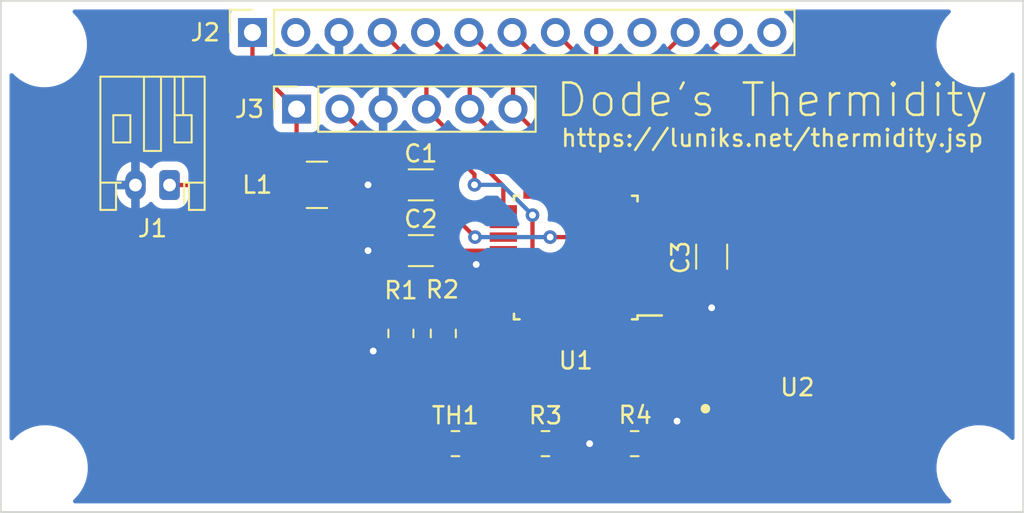
<source format=kicad_pcb>
(kicad_pcb (version 20211014) (generator pcbnew)
  (layers (0 "F.Cu" signal) (31 "B.Cu" signal) (34 "B.Paste" user) (35 "F.Paste" user) (36 "B.SilkS" user "B.Silkscreen") (37 "F.SilkS" user "F.Silkscreen") (38 "B.Mask" user) (39 "F.Mask" user) (44 "Edge.Cuts" user))
  (net 0 "")
  (net 1 "GND")
  (net 2 "+BATT")
  (net 4 "Net-(J2-Pad4)")
  (net 5 "Net-(J2-Pad5)")
  (net 6 "Net-(J2-Pad6)")
  (net 7 "Net-(J2-Pad7)")
  (net 8 "Net-(J2-Pad8)")
  (net 9 "Net-(J2-Pad9)")
  (net 11 "Net-(J2-Pad11)")
  (net 12 "Net-(J2-Pad12)")
  (net 14 "Net-(J3-Pad2)")
  (net 15 "Net-(R2-Pad1)")
  (net 16 "Net-(C2-Pad2)")
  (net 24 "Net-(R3-Pad1)")
  (net 31 "Net-(C1-Pad2)")
  (net 32 "Net-(R4-Pad1)")
  (net 33 "Net-(R1-Pad1)")
  (footprint "Inductor_SMD:L_1210_3225Metric_Pad1.42x2.65mm_HandSolder" (layer "F.Cu") (at 130.2512 69.6976)
    (fp_text reference "L1" (at -3.5052 0) (layer "F.SilkS"))
    (fp_text value "10uH")
    (fp_line (start -0.602064 1.36) (end 0.602064 1.36) (layer "F.SilkS") (width 0.12))
    (fp_line (start -0.602064 -1.36) (end 0.602064 -1.36) (layer "F.SilkS") (width 0.12))
    (pad "1" smd roundrect (at -1.4875 0) (size 1.425 2.65) (layers "F.Cu" "F.Paste" "F.Mask") (roundrect_rratio 0.175439) (net 2 "+BATT"))
    (pad "2" smd roundrect (at 1.4875 0) (size 1.425 2.65) (layers "F.Cu" "F.Paste" "F.Mask") (roundrect_rratio 0.175439) (net 31 "Net-(C1-Pad2)"))
  )
  (footprint "Connector_PinSocket_2.54mm:PinSocket_1x06_P2.54mm_Vertical" (layer "F.Cu") (at 129.057 65.253 90)
    (fp_text reference "J3" (at 0 -2.77) (layer "F.SilkS"))
    (fp_text value "ISP")
    (fp_line (start -1.33 1.27) (end -1.33 14.03) (layer "F.SilkS") (width 0.12))
    (fp_line (start -1.33 14.03) (end 1.33 14.03) (layer "F.SilkS") (width 0.12))
    (fp_line (start 0 -1.33) (end 1.33 -1.33) (layer "F.SilkS") (width 0.12))
    (fp_line (start 1.33 -1.33) (end 1.33 0) (layer "F.SilkS") (width 0.12))
    (fp_line (start -1.33 1.27) (end 1.33 1.27) (layer "F.SilkS") (width 0.12))
    (fp_line (start 1.33 1.27) (end 1.33 14.03) (layer "F.SilkS") (width 0.12))
    (pad "1" thru_hole rect (at 0 0 90) (size 1.7 1.7) (drill 1) (layers *.Cu *.Mask) (net 2 "+BATT"))
    (pad "2" thru_hole oval (at 0 2.54 90) (size 1.7 1.7) (drill 1) (layers *.Cu *.Mask) (net 14 "Net-(J3-Pad2)"))
    (pad "3" thru_hole oval (at 0 5.08 90) (size 1.7 1.7) (drill 1) (layers *.Cu *.Mask) (net 1 "GND"))
    (pad "4" thru_hole oval (at 0 7.62 90) (size 1.7 1.7) (drill 1) (layers *.Cu *.Mask) (net 4 "Net-(J2-Pad4)"))
    (pad "5" thru_hole oval (at 0 10.16 90) (size 1.7 1.7) (drill 1) (layers *.Cu *.Mask) (net 5 "Net-(J2-Pad5)"))
    (pad "6" thru_hole oval (at 0 12.7 90) (size 1.7 1.7) (drill 1) (layers *.Cu *.Mask) (net 6 "Net-(J2-Pad6)"))
  )
  (footprint "Connector_JST:JST_PH_S2B-PH-K_1x02_P2.00mm_Horizontal" (layer "F.Cu") (at 121.5992 69.7092 180)
    (fp_text reference "J1" (at 1 -2.55 180) (layer "F.SilkS"))
    (fp_text value "Battery")
    (fp_line (start -0.3 4.1) (end -0.3 2.5) (layer "F.SilkS") (width 0.12))
    (fp_line (start -1.3 2.5) (end -1.3 4.1) (layer "F.SilkS") (width 0.12))
    (fp_line (start -1.14 0.14) (end -1.14 -1.46) (layer "F.SilkS") (width 0.12))
    (fp_line (start 3.14 0.14) (end 2.86 0.14) (layer "F.SilkS") (width 0.12))
    (fp_line (start 3.14 -1.46) (end 3.14 0.14) (layer "F.SilkS") (width 0.12))
    (fp_line (start 4.06 -1.46) (end 3.14 -1.46) (layer "F.SilkS") (width 0.12))
    (fp_line (start -2.06 0.14) (end -1.14 0.14) (layer "F.SilkS") (width 0.12))
    (fp_line (start 1.5 2) (end 1.5 6.36) (layer "F.SilkS") (width 0.12))
    (fp_line (start -2.06 6.36) (end 4.06 6.36) (layer "F.SilkS") (width 0.12))
    (fp_line (start -0.3 4.1) (end -0.3 6.36) (layer "F.SilkS") (width 0.12))
    (fp_line (start -1.14 -1.46) (end -2.06 -1.46) (layer "F.SilkS") (width 0.12))
    (fp_line (start 2.3 2.5) (end 3.3 2.5) (layer "F.SilkS") (width 0.12))
    (fp_line (start -2.06 -1.46) (end -2.06 6.36) (layer "F.SilkS") (width 0.12))
    (fp_line (start 0.5 6.36) (end 0.5 2) (layer "F.SilkS") (width 0.12))
    (fp_line (start 0.5 2) (end 1.5 2) (layer "F.SilkS") (width 0.12))
    (fp_line (start -0.8 4.1) (end -0.8 6.36) (layer "F.SilkS") (width 0.12))
    (fp_line (start -0.3 2.5) (end -1.3 2.5) (layer "F.SilkS") (width 0.12))
    (fp_line (start -0.86 0.14) (end -0.86 -1.075) (layer "F.SilkS") (width 0.12))
    (fp_line (start 3.3 2.5) (end 3.3 4.1) (layer "F.SilkS") (width 0.12))
    (fp_line (start 3.3 4.1) (end 2.3 4.1) (layer "F.SilkS") (width 0.12))
    (fp_line (start 2.3 4.1) (end 2.3 2.5) (layer "F.SilkS") (width 0.12))
    (fp_line (start -1.3 4.1) (end -0.3 4.1) (layer "F.SilkS") (width 0.12))
    (fp_line (start 4.06 0.14) (end 3.14 0.14) (layer "F.SilkS") (width 0.12))
    (fp_line (start -0.86 0.14) (end -1.14 0.14) (layer "F.SilkS") (width 0.12))
    (fp_line (start 4.06 6.36) (end 4.06 -1.46) (layer "F.SilkS") (width 0.12))
    (pad "1" thru_hole roundrect (at 0 0 180) (size 1.2 1.75) (drill 0.75) (layers *.Cu *.Mask) (roundrect_rratio 0.208333) (net 2 "+BATT"))
    (pad "2" thru_hole oval (at 2 0 180) (size 1.2 1.75) (drill 0.75) (layers *.Cu *.Mask) (net 1 "GND"))
  )
  (footprint "Resistor_SMD:R_0805_2012Metric_Pad1.20x1.40mm_HandSolder" (layer "F.Cu") (at 138.3792 84.8868)
    (fp_text reference "TH1" (at 0 -1.65) (layer "F.SilkS"))
    (fp_text value "NTC 100k 0.1°C")
    (fp_line (start -0.227064 -0.735) (end 0.227064 -0.735) (layer "F.SilkS") (width 0.12))
    (fp_line (start -0.227064 0.735) (end 0.227064 0.735) (layer "F.SilkS") (width 0.12))
    (pad "1" smd roundrect (at -1 0) (size 1.2 1.4) (layers "F.Cu" "F.Paste" "F.Mask") (roundrect_rratio 0.208333) (net 15 "Net-(R2-Pad1)"))
    (pad "2" smd roundrect (at 1 0) (size 1.2 1.4) (layers "F.Cu" "F.Paste" "F.Mask") (roundrect_rratio 0.208333) (net 24 "Net-(R3-Pad1)"))
  )
  (footprint "Connector_PinSocket_2.54mm:PinSocket_1x13_P2.54mm_Vertical" (layer "F.Cu") (at 126.4666 60.7568 90)
    (fp_text reference "J2" (at 0 -2.77) (layer "F.SilkS"))
    (fp_text value "Display")
    (fp_line (start 0 -1.33) (end 1.33 -1.33) (layer "F.SilkS") (width 0.12))
    (fp_line (start -1.33 1.27) (end -1.33 31.81) (layer "F.SilkS") (width 0.12))
    (fp_line (start 1.33 1.27) (end 1.33 31.81) (layer "F.SilkS") (width 0.12))
    (fp_line (start -1.33 31.81) (end 1.33 31.81) (layer "F.SilkS") (width 0.12))
    (fp_line (start 1.33 -1.33) (end 1.33 0) (layer "F.SilkS") (width 0.12))
    (fp_line (start -1.33 1.27) (end 1.33 1.27) (layer "F.SilkS") (width 0.12))
    (pad "1" thru_hole rect (at 0 0 90) (size 1.7 1.7) (drill 1) (layers *.Cu *.Mask) (net 2 "+BATT"))
    (pad "2" thru_hole oval (at 0 2.54 90) (size 1.7 1.7) (drill 1) (layers *.Cu *.Mask))
    (pad "3" thru_hole oval (at 0 5.08 90) (size 1.7 1.7) (drill 1) (layers *.Cu *.Mask) (net 1 "GND"))
    (pad "4" thru_hole oval (at 0 7.62 90) (size 1.7 1.7) (drill 1) (layers *.Cu *.Mask) (net 4 "Net-(J2-Pad4)"))
    (pad "5" thru_hole oval (at 0 10.16 90) (size 1.7 1.7) (drill 1) (layers *.Cu *.Mask) (net 5 "Net-(J2-Pad5)"))
    (pad "6" thru_hole oval (at 0 12.7 90) (size 1.7 1.7) (drill 1) (layers *.Cu *.Mask) (net 6 "Net-(J2-Pad6)"))
    (pad "7" thru_hole oval (at 0 15.24 90) (size 1.7 1.7) (drill 1) (layers *.Cu *.Mask) (net 7 "Net-(J2-Pad7)"))
    (pad "8" thru_hole oval (at 0 17.78 90) (size 1.7 1.7) (drill 1) (layers *.Cu *.Mask) (net 8 "Net-(J2-Pad8)"))
    (pad "9" thru_hole oval (at 0 20.32 90) (size 1.7 1.7) (drill 1) (layers *.Cu *.Mask) (net 9 "Net-(J2-Pad9)"))
    (pad "10" thru_hole oval (at 0 22.86 90) (size 1.7 1.7) (drill 1) (layers *.Cu *.Mask))
    (pad "11" thru_hole oval (at 0 25.4 90) (size 1.7 1.7) (drill 1) (layers *.Cu *.Mask) (net 11 "Net-(J2-Pad11)"))
    (pad "12" thru_hole oval (at 0 27.94 90) (size 1.7 1.7) (drill 1) (layers *.Cu *.Mask) (net 12 "Net-(J2-Pad12)"))
    (pad "13" thru_hole oval (at 0 30.48 90) (size 1.7 1.7) (drill 1) (layers *.Cu *.Mask))
  )
  (footprint "Capacitor_SMD:C_1206_3216Metric_Pad1.33x1.80mm_HandSolder" (layer "F.Cu") (at 153.416 73.914 90)
    (fp_text reference "C3" (at -0.0508 -1.8288 90) (layer "F.SilkS"))
    (fp_text value "100nF")
    (fp_line (start -0.711252 -0.91) (end 0.711252 -0.91) (layer "F.SilkS") (width 0.12))
    (fp_line (start -0.711252 0.91) (end 0.711252 0.91) (layer "F.SilkS") (width 0.12))
    (pad "1" smd roundrect (at -1.5625 0 90) (size 1.325 1.8) (layers "F.Cu" "F.Paste" "F.Mask") (roundrect_rratio 0.188679) (net 1 "GND"))
    (pad "2" smd roundrect (at 1.5625 0 90) (size 1.325 1.8) (layers "F.Cu" "F.Paste" "F.Mask") (roundrect_rratio 0.188679) (net 2 "+BATT"))
  )
  (footprint "HIH-5030-001:HONEYWELL_HIH-5030-001" (layer "F.Cu") (at 158.4492 84.836 -90)
    (fp_text reference "U2" (at -3.2512 0.004) (layer "F.SilkS") (effects (font (size 1.00285 1.00285))))
    (fp_text value "HIH-5030")
    (fp_circle (center -2 5.4) (end -1.86 5.4) (layer "F.SilkS") (width 0.28) (fill none))
    (pad "1" smd rect locked (at -1.27 5.335) (size 1.78 0.51) (layers "F.Cu" "F.Paste" "F.Mask") (net 1 "GND"))
    (pad "2" smd rect locked (at 0 5.335) (size 1.78 0.51) (layers "F.Cu" "F.Paste" "F.Mask") (net 32 "Net-(R4-Pad1)"))
    (pad "3" smd rect locked (at 1.27 5.335) (size 1.78 0.51) (layers "F.Cu" "F.Paste" "F.Mask") (net 15 "Net-(R2-Pad1)"))
    (pad "4" smd rect locked (at 0 -5.59 270) (size 2.54 2.29) (layers "F.Cu" "F.Paste" "F.Mask"))
  )
  (footprint "MountingHole:MountingHole_2.2mm_M2" (layer "F.Cu") (at 169.1132 86.3092)
    (fp_text reference "H4" hide)
    (fp_text value "M2")
    (pad "" np_thru_hole circle (at 0 0) (size 2.2 2.2) (drill 2.2) (layers F&B.Cu *.Mask))
  )
  (footprint "Resistor_SMD:R_0805_2012Metric_Pad1.20x1.40mm_HandSolder" (layer "F.Cu") (at 137.668 78.4192 90)
    (fp_text reference "R2" (at 2.5748 -0.0508) (layer "F.SilkS"))
    (fp_text value "1.2M")
    (fp_line (start -0.227064 0.735) (end 0.227064 0.735) (layer "F.SilkS") (width 0.12))
    (fp_line (start -0.227064 -0.735) (end 0.227064 -0.735) (layer "F.SilkS") (width 0.12))
    (pad "1" smd roundrect (at -1 0 90) (size 1.2 1.4) (layers "F.Cu" "F.Paste" "F.Mask") (roundrect_rratio 0.208333) (net 15 "Net-(R2-Pad1)"))
    (pad "2" smd roundrect (at 1 0 90) (size 1.2 1.4) (layers "F.Cu" "F.Paste" "F.Mask") (roundrect_rratio 0.208333) (net 33 "Net-(R1-Pad1)"))
  )
  (footprint "Capacitor_SMD:C_1206_3216Metric_Pad1.33x1.80mm_HandSolder" (layer "F.Cu") (at 136.3472 69.6976)
    (fp_text reference "C1" (at 0 -1.8288) (layer "F.SilkS"))
    (fp_text value "100nF")
    (fp_line (start -0.711252 -0.91) (end 0.711252 -0.91) (layer "F.SilkS") (width 0.12))
    (fp_line (start -0.711252 0.91) (end 0.711252 0.91) (layer "F.SilkS") (width 0.12))
    (pad "1" smd roundrect (at -1.5625 0) (size 1.325 1.8) (layers "F.Cu" "F.Paste" "F.Mask") (roundrect_rratio 0.188679) (net 1 "GND"))
    (pad "2" smd roundrect (at 1.5625 0) (size 1.325 1.8) (layers "F.Cu" "F.Paste" "F.Mask") (roundrect_rratio 0.188679) (net 31 "Net-(C1-Pad2)"))
  )
  (footprint "MountingHole:MountingHole_2.2mm_M2" (layer "F.Cu") (at 169.1132 61.468)
    (fp_text reference "H2" hide)
    (fp_text value "M2")
    (pad "" np_thru_hole circle (at 0 0) (size 2.2 2.2) (drill 2.2) (layers *.Cu *.Mask))
  )
  (footprint "Package_QFP:TQFP-32_7x7mm_P0.8mm" (layer "F.Cu") (at 145.4404 73.9648 180)
    (fp_text reference "U1" (at 0 -6.05) (layer "F.SilkS"))
    (fp_text value "ATmega328P")
    (fp_line (start -3.625 -3.4) (end -5.05 -3.4) (layer "F.SilkS") (width 0.15))
    (fp_line (start 3.625 3.625) (end 3.3 3.625) (layer "F.SilkS") (width 0.15))
    (fp_line (start -3.625 3.625) (end -3.625 3.3) (layer "F.SilkS") (width 0.15))
    (fp_line (start 3.625 -3.625) (end 3.3 -3.625) (layer "F.SilkS") (width 0.15))
    (fp_line (start 3.625 -3.625) (end 3.625 -3.3) (layer "F.SilkS") (width 0.15))
    (fp_line (start -3.625 3.625) (end -3.3 3.625) (layer "F.SilkS") (width 0.15))
    (fp_line (start 3.625 3.625) (end 3.625 3.3) (layer "F.SilkS") (width 0.15))
    (fp_line (start -3.625 -3.625) (end -3.625 -3.4) (layer "F.SilkS") (width 0.15))
    (fp_line (start -3.625 -3.625) (end -3.3 -3.625) (layer "F.SilkS") (width 0.15))
    (pad "1" smd rect (at -4.25 -2.8 180) (size 1.6 0.55) (layers "F.Cu" "F.Paste" "F.Mask"))
    (pad "2" smd rect (at -4.25 -2 180) (size 1.6 0.55) (layers "F.Cu" "F.Paste" "F.Mask"))
    (pad "3" smd rect (at -4.25 -1.2 180) (size 1.6 0.55) (layers "F.Cu" "F.Paste" "F.Mask") (net 1 "GND"))
    (pad "4" smd rect (at -4.25 -0.4 180) (size 1.6 0.55) (layers "F.Cu" "F.Paste" "F.Mask") (net 2 "+BATT"))
    (pad "5" smd rect (at -4.25 0.4 180) (size 1.6 0.55) (layers "F.Cu" "F.Paste" "F.Mask") (net 1 "GND"))
    (pad "6" smd rect (at -4.25 1.2 180) (size 1.6 0.55) (layers "F.Cu" "F.Paste" "F.Mask") (net 2 "+BATT"))
    (pad "7" smd rect (at -4.25 2 180) (size 1.6 0.55) (layers "F.Cu" "F.Paste" "F.Mask"))
    (pad "8" smd rect (at -4.25 2.8 180) (size 1.6 0.55) (layers "F.Cu" "F.Paste" "F.Mask"))
    (pad "9" smd rect (at -2.8 4.25 270) (size 1.6 0.55) (layers "F.Cu" "F.Paste" "F.Mask") (net 12 "Net-(J2-Pad12)"))
    (pad "10" smd rect (at -2 4.25 270) (size 1.6 0.55) (layers "F.Cu" "F.Paste" "F.Mask") (net 11 "Net-(J2-Pad11)"))
    (pad "11" smd rect (at -1.2 4.25 270) (size 1.6 0.55) (layers "F.Cu" "F.Paste" "F.Mask") (net 9 "Net-(J2-Pad9)"))
    (pad "12" smd rect (at -0.4 4.25 270) (size 1.6 0.55) (layers "F.Cu" "F.Paste" "F.Mask") (net 8 "Net-(J2-Pad8)"))
    (pad "13" smd rect (at 0.4 4.25 270) (size 1.6 0.55) (layers "F.Cu" "F.Paste" "F.Mask") (net 7 "Net-(J2-Pad7)"))
    (pad "14" smd rect (at 1.2 4.25 270) (size 1.6 0.55) (layers "F.Cu" "F.Paste" "F.Mask"))
    (pad "15" smd rect (at 2 4.25 270) (size 1.6 0.55) (layers "F.Cu" "F.Paste" "F.Mask") (net 6 "Net-(J2-Pad6)"))
    (pad "16" smd rect (at 2.8 4.25 270) (size 1.6 0.55) (layers "F.Cu" "F.Paste" "F.Mask") (net 5 "Net-(J2-Pad5)"))
    (pad "17" smd rect (at 4.25 2.8 180) (size 1.6 0.55) (layers "F.Cu" "F.Paste" "F.Mask") (net 4 "Net-(J2-Pad4)"))
    (pad "18" smd rect (at 4.25 2 180) (size 1.6 0.55) (layers "F.Cu" "F.Paste" "F.Mask") (net 31 "Net-(C1-Pad2)"))
    (pad "19" smd rect (at 4.25 1.2 180) (size 1.6 0.55) (layers "F.Cu" "F.Paste" "F.Mask"))
    (pad "20" smd rect (at 4.25 0.4 180) (size 1.6 0.55) (layers "F.Cu" "F.Paste" "F.Mask") (net 16 "Net-(C2-Pad2)"))
    (pad "21" smd rect (at 4.25 -0.4 180) (size 1.6 0.55) (layers "F.Cu" "F.Paste" "F.Mask") (net 1 "GND"))
    (pad "22" smd rect (at 4.25 -1.2 180) (size 1.6 0.55) (layers "F.Cu" "F.Paste" "F.Mask"))
    (pad "23" smd rect (at 4.25 -2 180) (size 1.6 0.55) (layers "F.Cu" "F.Paste" "F.Mask") (net 33 "Net-(R1-Pad1)"))
    (pad "24" smd rect (at 4.25 -2.8 180) (size 1.6 0.55) (layers "F.Cu" "F.Paste" "F.Mask") (net 15 "Net-(R2-Pad1)"))
    (pad "25" smd rect (at 2.8 -4.25 270) (size 1.6 0.55) (layers "F.Cu" "F.Paste" "F.Mask") (net 24 "Net-(R3-Pad1)"))
    (pad "26" smd rect (at 2 -4.25 270) (size 1.6 0.55) (layers "F.Cu" "F.Paste" "F.Mask") (net 32 "Net-(R4-Pad1)"))
    (pad "27" smd rect (at 1.2 -4.25 270) (size 1.6 0.55) (layers "F.Cu" "F.Paste" "F.Mask"))
    (pad "28" smd rect (at 0.4 -4.25 270) (size 1.6 0.55) (layers "F.Cu" "F.Paste" "F.Mask"))
    (pad "29" smd rect (at -0.4 -4.25 270) (size 1.6 0.55) (layers "F.Cu" "F.Paste" "F.Mask") (net 14 "Net-(J3-Pad2)"))
    (pad "30" smd rect (at -1.2 -4.25 270) (size 1.6 0.55) (layers "F.Cu" "F.Paste" "F.Mask"))
    (pad "31" smd rect (at -2 -4.25 270) (size 1.6 0.55) (layers "F.Cu" "F.Paste" "F.Mask"))
    (pad "32" smd rect (at -2.8 -4.25 270) (size 1.6 0.55) (layers "F.Cu" "F.Paste" "F.Mask"))
  )
  (footprint "MountingHole:MountingHole_2.2mm_M2" (layer "F.Cu") (at 114.2492 61.468)
    (fp_text reference "H1" hide)
    (fp_text value "M2")
    (pad "" np_thru_hole circle (at 0 0) (size 2.2 2.2) (drill 2.2) (layers F&B.Cu *.Mask))
  )
  (footprint "Resistor_SMD:R_0805_2012Metric_Pad1.20x1.40mm_HandSolder" (layer "F.Cu") (at 135.1788 78.4192 -90)
    (fp_text reference "R1" (at -2.524 0) (layer "F.SilkS"))
    (fp_text value "300K")
    (fp_line (start -0.227064 -0.735) (end 0.227064 -0.735) (layer "F.SilkS") (width 0.12))
    (fp_line (start -0.227064 0.735) (end 0.227064 0.735) (layer "F.SilkS") (width 0.12))
    (pad "1" smd roundrect (at -1 0 270) (size 1.2 1.4) (layers "F.Cu" "F.Paste" "F.Mask") (roundrect_rratio 0.208333) (net 33 "Net-(R1-Pad1)"))
    (pad "2" smd roundrect (at 1 0 270) (size 1.2 1.4) (layers "F.Cu" "F.Paste" "F.Mask") (roundrect_rratio 0.208333) (net 1 "GND"))
  )
  (footprint "Resistor_SMD:R_0805_2012Metric_Pad1.20x1.40mm_HandSolder" (layer "F.Cu") (at 143.6624 84.8868)
    (fp_text reference "R3" (at 0 -1.65) (layer "F.SilkS"))
    (fp_text value "100k 0.1%")
    (fp_line (start -0.227064 -0.735) (end 0.227064 -0.735) (layer "F.SilkS") (width 0.12))
    (fp_line (start -0.227064 0.735) (end 0.227064 0.735) (layer "F.SilkS") (width 0.12))
    (pad "1" smd roundrect (at -1 0) (size 1.2 1.4) (layers "F.Cu" "F.Paste" "F.Mask") (roundrect_rratio 0.208333) (net 24 "Net-(R3-Pad1)"))
    (pad "2" smd roundrect (at 1 0) (size 1.2 1.4) (layers "F.Cu" "F.Paste" "F.Mask") (roundrect_rratio 0.208333) (net 1 "GND"))
  )
  (footprint "Capacitor_SMD:C_1206_3216Metric_Pad1.33x1.80mm_HandSolder" (layer "F.Cu") (at 136.3472 73.5584)
    (fp_text reference "C2" (at 0 -1.85) (layer "F.SilkS"))
    (fp_text value "1nF")
    (fp_line (start -0.711252 0.91) (end 0.711252 0.91) (layer "F.SilkS") (width 0.12))
    (fp_line (start -0.711252 -0.91) (end 0.711252 -0.91) (layer "F.SilkS") (width 0.12))
    (pad "1" smd roundrect (at -1.5625 0) (size 1.325 1.8) (layers "F.Cu" "F.Paste" "F.Mask") (roundrect_rratio 0.188679) (net 1 "GND"))
    (pad "2" smd roundrect (at 1.5625 0) (size 1.325 1.8) (layers "F.Cu" "F.Paste" "F.Mask") (roundrect_rratio 0.188679) (net 16 "Net-(C2-Pad2)"))
  )
  (footprint "MountingHole:MountingHole_2.2mm_M2" (layer "F.Cu") (at 114.3 86.3092)
    (fp_text reference "H3" hide)
    (fp_text value "M2")
    (pad "" np_thru_hole circle (at 0 0) (size 2.2 2.2) (drill 2.2) (layers F&B.Cu *.Mask))
  )
  (footprint "Resistor_SMD:R_0805_2012Metric_Pad1.20x1.40mm_HandSolder" (layer "F.Cu") (at 148.8948 84.8868 180)
    (fp_text reference "R4" (at -0.0348 1.6764) (layer "F.SilkS"))
    (fp_text value "65k")
    (fp_line (start -0.227064 -0.735) (end 0.227064 -0.735) (layer "F.SilkS") (width 0.12))
    (fp_line (start -0.227064 0.735) (end 0.227064 0.735) (layer "F.SilkS") (width 0.12))
    (pad "1" smd roundrect (at -1 0 180) (size 1.2 1.4) (layers "F.Cu" "F.Paste" "F.Mask") (roundrect_rratio 0.208333) (net 32 "Net-(R4-Pad1)"))
    (pad "2" smd roundrect (at 1 0 180) (size 1.2 1.4) (layers "F.Cu" "F.Paste" "F.Mask") (roundrect_rratio 0.208333) (net 1 "GND"))
  )
  (gr_rect (start 111.7 58.9) (end 171.7 88.9) (layer "Edge.Cuts") (width 0.1) (fill none))
  (gr_text "Dode's Thermidity" (at 156.972 64.7192) (layer "F.SilkS") (effects (font (size 1.9 1.9))))
  (gr_text "https://luniks.net/thermidity.jsp" (at 156.972 66.9544) (layer "F.SilkS") (effects (font (size 1 1))))
  (segment (start 133.2484 73.5584) (end 134.7847 73.5584) (width 0.25) (layer "F.Cu") (net 1))
  (segment (start 146.2532 84.8868) (end 147.8948 84.8868) (width 0.25) (layer "F.Cu") (net 1))
  (segment (start 149.6904 75.1648) (end 148.6404 75.1648) (width 0.25) (layer "F.Cu") (net 1))
  (segment (start 133.2484 69.6976) (end 134.7847 69.6976) (width 0.25) (layer "F.Cu") (net 1))
  (segment (start 139.6048 74.3648) (end 139.5984 74.3712) (width 0.25) (layer "F.Cu") (net 1))
  (segment (start 141.1904 74.3648) (end 139.6048 74.3648) (width 0.25) (layer "F.Cu") (net 1))
  (segment (start 133.5532 79.4512) (end 135.1468 79.4512) (width 0.25) (layer "F.Cu") (net 1))
  (segment (start 148.6404 75.1648) (end 148.5654 75.0898) (width 0.25) (layer "F.Cu") (net 1))
  (segment (start 153.1142 83.566) (end 151.2316 83.566) (width 0.25) (layer "F.Cu") (net 1))
  (segment (start 148.6948 73.5648) (end 149.6904 73.5648) (width 0.25) (layer "F.Cu") (net 1))
  (segment (start 153.416 75.4765) (end 153.416 77.0128) (width 0.25) (layer "F.Cu") (net 1))
  (segment (start 148.5654 75.0898) (end 148.5654 73.6942) (width 0.25) (layer "F.Cu") (net 1))
  (segment (start 135.1468 79.4512) (end 135.1788 79.4192) (width 0.25) (layer "F.Cu") (net 1))
  (segment (start 149.6904 75.1648) (end 153.1043 75.1648) (width 0.25) (layer "F.Cu") (net 1))
  (segment (start 146.2532 84.8868) (end 144.6624 84.8868) (width 0.25) (layer "F.Cu") (net 1))
  (segment (start 153.1043 75.1648) (end 153.416 75.4765) (width 0.25) (layer "F.Cu") (net 1))
  (segment (start 148.5654 73.6942) (end 148.6948 73.5648) (width 0.25) (layer "F.Cu") (net 1))
  (via (at 139.5984 74.3712) (size 0.8) (drill 0.4) (layers "F.Cu" "B.Cu") (net 1))
  (via (at 133.5532 79.4512) (size 0.8) (drill 0.4) (layers "F.Cu" "B.Cu") (net 1))
  (via (at 133.2484 73.5584) (size 0.8) (drill 0.4) (layers "F.Cu" "B.Cu") (net 1))
  (via (at 146.2532 84.8868) (size 0.8) (drill 0.4) (layers "F.Cu" "B.Cu") (net 1))
  (via (at 153.416 76.9112) (size 0.8) (drill 0.4) (layers "F.Cu" "B.Cu") (net 1))
  (via (at 133.2484 69.6976) (size 0.8) (drill 0.4) (layers "F.Cu" "B.Cu") (net 1))
  (via (at 151.384 83.566) (size 0.8) (drill 0.4) (layers "F.Cu" "B.Cu") (net 1))
  (segment (start 149.6904 74.3648) (end 150.7404 74.3648) (width 0.25) (layer "F.Cu") (net 2))
  (segment (start 130.7449 71.6788) (end 138.4424 71.6788) (width 0.25) (layer "F.Cu") (net 2))
  (segment (start 149.6904 72.7648) (end 143.9356 72.7648) (width 0.25) (layer "F.Cu") (net 2))
  (segment (start 129.057 69.4043) (end 129.057 65.253) (width 0.25) (layer "F.Cu") (net 2))
  (segment (start 128.7637 69.6976) (end 130.7449 71.6788) (width 0.25) (layer "F.Cu") (net 2))
  (segment (start 153.0027 72.7648) (end 153.416 72.3515) (width 0.25) (layer "F.Cu") (net 2))
  (segment (start 121.5992 69.7092) (end 128.7521 69.7092) (width 0.25) (layer "F.Cu") (net 2))
  (segment (start 128.7521 69.7092) (end 128.7637 69.6976) (width 0.25) (layer "F.Cu") (net 2))
  (segment (start 150.8252 74.28) (end 150.8252 72.8496) (width 0.25) (layer "F.Cu") (net 2))
  (segment (start 126.4666 60.7568) (end 126.4666 62.6626) (width 0.25) (layer "F.Cu") (net 2))
  (segment (start 150.8252 72.8496) (end 150.7404 72.7648) (width 0.25) (layer "F.Cu") (net 2))
  (segment (start 139.5284 72.7648) (end 138.4424 71.6788) (width 0.25) (layer "F.Cu") (net 2))
  (segment (start 149.6904 72.7648) (end 153.0027 72.7648) (width 0.25) (layer "F.Cu") (net 2))
  (segment (start 150.7404 72.7648) (end 149.6904 72.7648) (width 0.25) (layer "F.Cu") (net 2))
  (segment (start 126.4666 62.6626) (end 129.057 65.253) (width 0.25) (layer "F.Cu") (net 2))
  (segment (start 150.7404 74.3648) (end 150.8252 74.28) (width 0.25) (layer "F.Cu") (net 2))
  (segment (start 128.7637 69.6976) (end 129.057 69.4043) (width 0.25) (layer "F.Cu") (net 2))
  (via (at 143.9356 72.7648) (size 0.8) (drill 0.4) (layers "F.Cu" "B.Cu") (net 2))
  (via (at 139.5284 72.7648) (size 0.8) (drill 0.4) (layers "F.Cu" "B.Cu") (net 2))
  (segment (start 139.5284 72.7648) (end 143.9356 72.7648) (width 0.25) (layer "B.Cu") (net 2))
  (segment (start 141.1904 71.1648) (end 141.1904 69.7664) (width 0.25) (layer "F.Cu") (net 4))
  (segment (start 136.677 65.253) (end 136.677 63.3472) (width 0.25) (layer "F.Cu") (net 4))
  (segment (start 141.1904 69.7664) (end 136.677 65.253) (width 0.25) (layer "F.Cu") (net 4))
  (segment (start 136.677 63.3472) (end 134.0866 60.7568) (width 0.25) (layer "F.Cu") (net 4))
  (segment (start 139.217 63.3472) (end 136.6266 60.7568) (width 0.25) (layer "F.Cu") (net 5))
  (segment (start 142.6404 68.6764) (end 139.217 65.253) (width 0.25) (layer "F.Cu") (net 5))
  (segment (start 139.217 65.253) (end 139.217 63.3472) (width 0.25) (layer "F.Cu") (net 5))
  (segment (start 142.6404 69.7148) (end 142.6404 68.6764) (width 0.25) (layer "F.Cu") (net 5))
  (segment (start 141.757 63.3472) (end 139.1666 60.7568) (width 0.25) (layer "F.Cu") (net 6))
  (segment (start 143.4404 69.7148) (end 143.4404 66.9364) (width 0.25) (layer "F.Cu") (net 6))
  (segment (start 143.4404 66.9364) (end 141.757 65.253) (width 0.25) (layer "F.Cu") (net 6))
  (segment (start 141.757 65.253) (end 141.757 63.3472) (width 0.25) (layer "F.Cu") (net 6))
  (segment (start 145.0404 69.7148) (end 145.0404 64.0906) (width 0.25) (layer "F.Cu") (net 7))
  (segment (start 145.0404 64.0906) (end 141.7066 60.7568) (width 0.25) (layer "F.Cu") (net 7))
  (segment (start 145.8404 62.3506) (end 144.2466 60.7568) (width 0.25) (layer "F.Cu") (net 8))
  (segment (start 145.8404 69.7148) (end 145.8404 62.3506) (width 0.25) (layer "F.Cu") (net 8))
  (segment (start 146.6404 69.7148) (end 146.6404 60.903) (width 0.25) (layer "F.Cu") (net 9))
  (segment (start 146.6404 60.903) (end 146.7866 60.7568) (width 0.25) (layer "F.Cu") (net 9))
  (segment (start 147.4404 69.7148) (end 147.4404 65.183) (width 0.25) (layer "F.Cu") (net 11))
  (segment (start 147.4404 65.183) (end 151.8666 60.7568) (width 0.25) (layer "F.Cu") (net 11))
  (segment (start 148.2404 69.7148) (end 148.2404 66.923) (width 0.25) (layer "F.Cu") (net 12))
  (segment (start 148.2404 66.923) (end 154.4066 60.7568) (width 0.25) (layer "F.Cu") (net 12))
  (segment (start 134.0604 67.7164) (end 131.597 65.253) (width 0.25) (layer "F.Cu") (net 14))
  (segment (start 139.4968 69.088) (end 138.1252 67.7164) (width 0.25) (layer "F.Cu") (net 14))
  (segment (start 145.8404 77.1648) (end 142.9004 74.2248) (width 0.25) (layer "F.Cu") (net 14))
  (segment (start 139.4968 69.6976) (end 139.4968 69.088) (width 0.25) (layer "F.Cu") (net 14))
  (segment (start 138.1252 67.7164) (end 134.0604 67.7164) (width 0.25) (layer "F.Cu") (net 14))
  (segment (start 145.8404 78.2148) (end 145.8404 77.1648) (width 0.25) (layer "F.Cu") (net 14))
  (segment (start 142.9004 74.2248) (end 142.9004 71.4756) (width 0.25) (layer "F.Cu") (net 14))
  (via (at 139.4968 69.6976) (size 0.8) (drill 0.4) (layers "F.Cu" "B.Cu") (net 14))
  (via (at 142.9004 71.4756) (size 0.8) (drill 0.4) (layers "F.Cu" "B.Cu") (net 14))
  (segment (start 141.1224 69.6976) (end 142.9004 71.4756) (width 0.25) (layer "B.Cu") (net 14))
  (segment (start 139.4968 69.6976) (end 141.1224 69.6976) (width 0.25) (layer "B.Cu") (net 14))
  (segment (start 140.3224 76.7648) (end 137.668 79.4192) (width 0.25) (layer "F.Cu") (net 15))
  (segment (start 137.668 84.598) (end 137.3792 84.8868) (width 0.25) (layer "F.Cu") (net 15))
  (segment (start 137.668 79.4192) (end 137.668 84.598) (width 0.25) (layer "F.Cu") (net 15))
  (segment (start 138.5984 86.106) (end 153.1142 86.106) (width 0.25) (layer "F.Cu") (net 15))
  (segment (start 137.3792 84.8868) (end 138.5984 86.106) (width 0.25) (layer "F.Cu") (net 15))
  (segment (start 141.1904 76.7648) (end 140.3224 76.7648) (width 0.25) (layer "F.Cu") (net 15))
  (segment (start 137.9161 73.5648) (end 137.9097 73.5584) (width 0.25) (layer "F.Cu") (net 16))
  (segment (start 141.1904 73.5648) (end 137.9161 73.5648) (width 0.25) (layer "F.Cu") (net 16))
  (segment (start 142.6404 78.2148) (end 142.6404 84.8648) (width 0.25) (layer "F.Cu") (net 24))
  (segment (start 142.6404 84.8648) (end 142.6624 84.8868) (width 0.25) (layer "F.Cu") (net 24))
  (segment (start 139.3792 84.8868) (end 142.6624 84.8868) (width 0.25) (layer "F.Cu") (net 24))
  (segment (start 136.6847 68.4726) (end 132.9637 68.4726) (width 0.25) (layer "F.Cu") (net 31))
  (segment (start 132.9637 68.4726) (end 131.7387 69.6976) (width 0.25) (layer "F.Cu") (net 31))
  (segment (start 141.1904 71.9648) (end 140.1769 71.9648) (width 0.25) (layer "F.Cu") (net 31))
  (segment (start 137.9097 69.6976) (end 136.6847 68.4726) (width 0.25) (layer "F.Cu") (net 31))
  (segment (start 140.1769 71.9648) (end 137.9097 69.6976) (width 0.25) (layer "F.Cu") (net 31))
  (segment (start 143.4404 79.2648) (end 148.0374 83.8618) (width 0.25) (layer "F.Cu") (net 32))
  (segment (start 149.4884 84.836) (end 149.4376 84.8868) (width 0.25) (layer "F.Cu") (net 32))
  (segment (start 149.59 84.8868) (end 149.3588 84.8868) (width 0.25) (layer "F.Cu") (net 32))
  (segment (start 148.0374 83.8618) (end 148.8698 83.8618) (width 0.25) (layer "F.Cu") (net 32))
  (segment (start 148.8698 83.8618) (end 149.8948 84.8868) (width 0.25) (layer "F.Cu") (net 32))
  (segment (start 149.6408 84.836) (end 153.1142 84.836) (width 0.25) (layer "F.Cu") (net 32))
  (segment (start 149.59 84.8868) (end 149.6408 84.836) (width 0.25) (layer "F.Cu") (net 32))
  (segment (start 143.4404 78.2148) (end 143.4404 79.2648) (width 0.25) (layer "F.Cu") (net 32))
  (segment (start 135.1788 77.4192) (end 137.668 77.4192) (width 0.25) (layer "F.Cu") (net 33))
  (segment (start 141.1904 75.9648) (end 139.1224 75.9648) (width 0.25) (layer "F.Cu") (net 33))
  (segment (start 139.1224 75.9648) (end 137.668 77.4192) (width 0.25) (layer "F.Cu") (net 33))
  (zone (net 1) (net_name "GND") (layer "B.Cu") (connect_pads (clearance 0.508)) (min_thickness 0.254) (fill yes (thermal_gap 0.508) (thermal_bridge_width 0.508))
    (polygon (pts (xy 171.704 88.9) (xy 111.76 88.9) (xy 111.7092 58.928) (xy 171.704 58.928)))
  )
)
</source>
